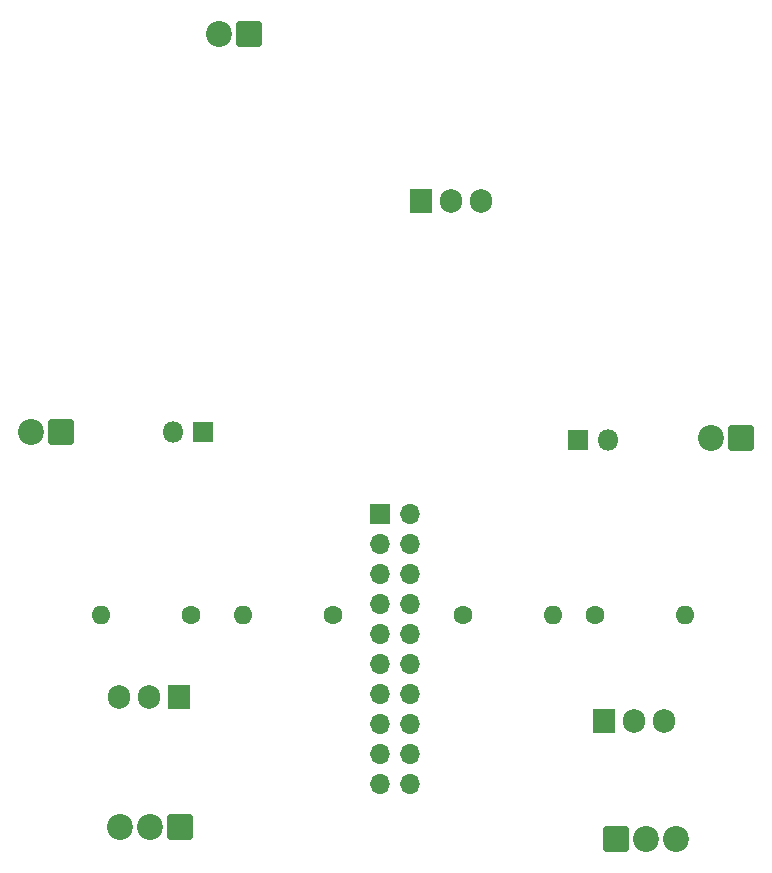
<source format=gbr>
%TF.GenerationSoftware,KiCad,Pcbnew,9.0.0*%
%TF.CreationDate,2025-07-26T11:29:55+07:00*%
%TF.ProjectId,O1_Circuit,4f315f43-6972-4637-9569-742e6b696361,rev?*%
%TF.SameCoordinates,Original*%
%TF.FileFunction,Copper,L2,Bot*%
%TF.FilePolarity,Positive*%
%FSLAX46Y46*%
G04 Gerber Fmt 4.6, Leading zero omitted, Abs format (unit mm)*
G04 Created by KiCad (PCBNEW 9.0.0) date 2025-07-26 11:29:55*
%MOMM*%
%LPD*%
G01*
G04 APERTURE LIST*
G04 Aperture macros list*
%AMRoundRect*
0 Rectangle with rounded corners*
0 $1 Rounding radius*
0 $2 $3 $4 $5 $6 $7 $8 $9 X,Y pos of 4 corners*
0 Add a 4 corners polygon primitive as box body*
4,1,4,$2,$3,$4,$5,$6,$7,$8,$9,$2,$3,0*
0 Add four circle primitives for the rounded corners*
1,1,$1+$1,$2,$3*
1,1,$1+$1,$4,$5*
1,1,$1+$1,$6,$7*
1,1,$1+$1,$8,$9*
0 Add four rect primitives between the rounded corners*
20,1,$1+$1,$2,$3,$4,$5,0*
20,1,$1+$1,$4,$5,$6,$7,0*
20,1,$1+$1,$6,$7,$8,$9,0*
20,1,$1+$1,$8,$9,$2,$3,0*%
G04 Aperture macros list end*
%TA.AperFunction,ComponentPad*%
%ADD10RoundRect,0.249999X0.850001X0.850001X-0.850001X0.850001X-0.850001X-0.850001X0.850001X-0.850001X0*%
%TD*%
%TA.AperFunction,ComponentPad*%
%ADD11C,2.200000*%
%TD*%
%TA.AperFunction,ComponentPad*%
%ADD12R,1.700000X1.700000*%
%TD*%
%TA.AperFunction,ComponentPad*%
%ADD13O,1.700000X1.700000*%
%TD*%
%TA.AperFunction,ComponentPad*%
%ADD14C,1.600000*%
%TD*%
%TA.AperFunction,ComponentPad*%
%ADD15O,1.600000X1.600000*%
%TD*%
%TA.AperFunction,ComponentPad*%
%ADD16R,1.800000X1.800000*%
%TD*%
%TA.AperFunction,ComponentPad*%
%ADD17O,1.800000X1.800000*%
%TD*%
%TA.AperFunction,ComponentPad*%
%ADD18R,1.905000X2.000000*%
%TD*%
%TA.AperFunction,ComponentPad*%
%ADD19O,1.905000X2.000000*%
%TD*%
%TA.AperFunction,ComponentPad*%
%ADD20RoundRect,0.249999X-0.850001X-0.850001X0.850001X-0.850001X0.850001X0.850001X-0.850001X0.850001X0*%
%TD*%
G04 APERTURE END LIST*
D10*
%TO.P,J1,1,Pin_1*%
%TO.N,GND*%
X121900000Y-55820000D03*
D11*
%TO.P,J1,2,Pin_2*%
%TO.N,+7.5V*%
X119360000Y-55820000D03*
%TD*%
D10*
%TO.P,J3,1,Pin_1*%
%TO.N,+5V*%
X116080000Y-123000000D03*
D11*
%TO.P,J3,2,Pin_2*%
%TO.N,/PE3*%
X113540000Y-123000000D03*
%TO.P,J3,3,Pin_3*%
%TO.N,GND*%
X111000000Y-123000000D03*
%TD*%
D12*
%TO.P,J4,1,Pin_1*%
%TO.N,+5V*%
X133000000Y-96460000D03*
D13*
%TO.P,J4,2,Pin_2*%
%TO.N,GND*%
X135540000Y-96460000D03*
%TO.P,J4,3,Pin_3*%
%TO.N,unconnected-(J4-Pin_3-Pad3)*%
X133000000Y-99000000D03*
%TO.P,J4,4,Pin_4*%
%TO.N,/PE2*%
X135540000Y-99000000D03*
%TO.P,J4,5,Pin_5*%
%TO.N,/PE3*%
X133000000Y-101540000D03*
%TO.P,J4,6,Pin_6*%
%TO.N,unconnected-(J4-Pin_6-Pad6)*%
X135540000Y-101540000D03*
%TO.P,J4,7,Pin_7*%
%TO.N,/PA4*%
X133000000Y-104080000D03*
%TO.P,J4,8,Pin_8*%
%TO.N,/PA5*%
X135540000Y-104080000D03*
%TO.P,J4,9,Pin_9*%
%TO.N,unconnected-(J4-Pin_9-Pad9)*%
X133000000Y-106620000D03*
%TO.P,J4,10,Pin_10*%
%TO.N,unconnected-(J4-Pin_10-Pad10)*%
X135540000Y-106620000D03*
%TO.P,J4,11,Pin_11*%
%TO.N,unconnected-(J4-Pin_11-Pad11)*%
X133000000Y-109160000D03*
%TO.P,J4,12,Pin_12*%
%TO.N,unconnected-(J4-Pin_12-Pad12)*%
X135540000Y-109160000D03*
%TO.P,J4,13,Pin_13*%
%TO.N,unconnected-(J4-Pin_13-Pad13)*%
X133000000Y-111700000D03*
%TO.P,J4,14,Pin_14*%
%TO.N,unconnected-(J4-Pin_14-Pad14)*%
X135540000Y-111700000D03*
%TO.P,J4,15,Pin_15*%
%TO.N,unconnected-(J4-Pin_15-Pad15)*%
X133000000Y-114240000D03*
%TO.P,J4,16,Pin_16*%
%TO.N,unconnected-(J4-Pin_16-Pad16)*%
X135540000Y-114240000D03*
%TO.P,J4,17,Pin_17*%
%TO.N,unconnected-(J4-Pin_17-Pad17)*%
X133000000Y-116780000D03*
%TO.P,J4,18,Pin_18*%
%TO.N,unconnected-(J4-Pin_18-Pad18)*%
X135540000Y-116780000D03*
%TO.P,J4,19,Pin_19*%
%TO.N,unconnected-(J4-Pin_19-Pad19)*%
X133000000Y-119320000D03*
%TO.P,J4,20,Pin_20*%
%TO.N,unconnected-(J4-Pin_20-Pad20)*%
X135540000Y-119320000D03*
%TD*%
D10*
%TO.P,M2,1,+*%
%TO.N,+7.5V*%
X106000000Y-89540000D03*
D11*
%TO.P,M2,2,-*%
%TO.N,Net-(D1-A)*%
X103460000Y-89540000D03*
%TD*%
D14*
%TO.P,R4,1*%
%TO.N,Net-(Q1-B)*%
X151190000Y-105000000D03*
D15*
%TO.P,R4,2*%
%TO.N,GND*%
X158810000Y-105000000D03*
%TD*%
D14*
%TO.P,R1,1*%
%TO.N,/PA5*%
X140000000Y-105000000D03*
D15*
%TO.P,R1,2*%
%TO.N,Net-(Q1-B)*%
X147620000Y-105000000D03*
%TD*%
D16*
%TO.P,D1,1,K*%
%TO.N,+7.5V*%
X118000000Y-89540000D03*
D17*
%TO.P,D1,2,A*%
%TO.N,Net-(D1-A)*%
X115460000Y-89540000D03*
%TD*%
D18*
%TO.P,Q1,1,B*%
%TO.N,Net-(Q1-B)*%
X151920000Y-114000000D03*
D19*
%TO.P,Q1,2,C*%
%TO.N,Net-(D2-A)*%
X154460000Y-114000000D03*
%TO.P,Q1,3,E*%
%TO.N,GND*%
X157000000Y-114000000D03*
%TD*%
D14*
%TO.P,R2,1*%
%TO.N,/PA4*%
X129000000Y-105000000D03*
D15*
%TO.P,R2,2*%
%TO.N,Net-(Q2-B)*%
X121380000Y-105000000D03*
%TD*%
D18*
%TO.P,Q2,1,B*%
%TO.N,Net-(Q2-B)*%
X116000000Y-112000000D03*
D19*
%TO.P,Q2,2,C*%
%TO.N,Net-(D1-A)*%
X113460000Y-112000000D03*
%TO.P,Q2,3,E*%
%TO.N,GND*%
X110920000Y-112000000D03*
%TD*%
D14*
%TO.P,R3,1*%
%TO.N,Net-(Q2-B)*%
X117000000Y-105000000D03*
D15*
%TO.P,R3,2*%
%TO.N,GND*%
X109380000Y-105000000D03*
%TD*%
D16*
%TO.P,D2,1,K*%
%TO.N,+7.5V*%
X149741000Y-90201000D03*
D17*
%TO.P,D2,2,A*%
%TO.N,Net-(D2-A)*%
X152281000Y-90201000D03*
%TD*%
D20*
%TO.P,J2,1,Pin_1*%
%TO.N,+5V*%
X152920000Y-124000000D03*
D11*
%TO.P,J2,2,Pin_2*%
%TO.N,/PE2*%
X155460000Y-124000000D03*
%TO.P,J2,3,Pin_3*%
%TO.N,GND*%
X158000000Y-124000000D03*
%TD*%
D10*
%TO.P,M1,1,+*%
%TO.N,+7.5V*%
X163540000Y-90000000D03*
D11*
%TO.P,M1,2,-*%
%TO.N,Net-(D2-A)*%
X161000000Y-90000000D03*
%TD*%
D18*
%TO.P,U3,1,IN*%
%TO.N,+7.5V*%
X136460000Y-69945000D03*
D19*
%TO.P,U3,2,GND*%
%TO.N,GND*%
X139000000Y-69945000D03*
%TO.P,U3,3,OUT*%
%TO.N,+5V*%
X141540000Y-69945000D03*
%TD*%
M02*

</source>
